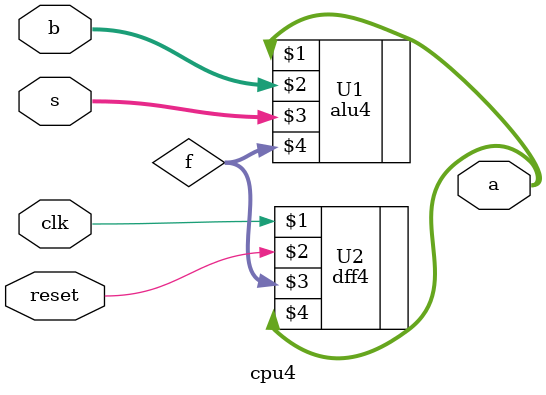
<source format=v>
module cpu4(clk, reset, s, b, a);
	
	input clk, reset;
	input [3:0] b;
	input [1:0] s;
	output [3:0] a;
	wire [3:0] f;
	
	alu4 U1(a, b, s, f);
	dff4 U2(clk, reset, f, a);
	
endmodule
</source>
